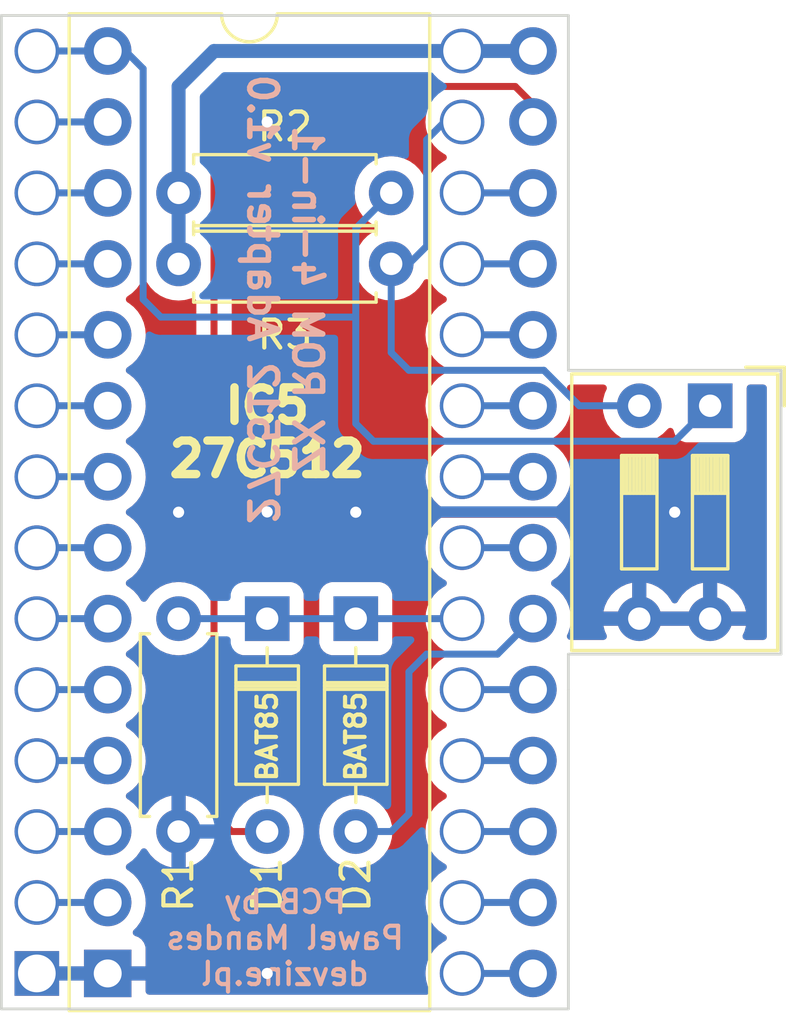
<source format=kicad_pcb>
(kicad_pcb (version 20211014) (generator pcbnew)
  (title_block (title "ZX ROM 4-in-1") (date "2022-12-19") (rev "1.0") (company "Pawel Mandes / devzine.pl") (comment 1 "27C512 EPROM adapter for ZX Spectrum 48K"))
  (layers (0 "F.Cu" signal) (31 "B.Cu" signal) (34 "B.Paste" user) (35 "F.Paste" user) (36 "B.SilkS" user "B.Silkscreen") (37 "F.SilkS" user "F.Silkscreen") (38 "B.Mask" user) (39 "F.Mask" user) (44 "Edge.Cuts" user))
  (net 0 "")
  (net 1 "/A15")
  (net 2 "/D3")
  (net 3 "/A12")
  (net 4 "/D4")
  (net 5 "/A7")
  (net 6 "/D5")
  (net 7 "/A6")
  (net 8 "/D6")
  (net 9 "/A5")
  (net 10 "/D7")
  (net 11 "/A4")
  (net 12 "/~{CE}")
  (net 13 "/A3")
  (net 14 "/A10")
  (net 15 "/A2")
  (net 16 "/~{OE}")
  (net 17 "/A1")
  (net 18 "/A11")
  (net 19 "/A0")
  (net 20 "/A9")
  (net 21 "/D0")
  (net 22 "/A8")
  (net 23 "/D1")
  (net 24 "/A13")
  (net 25 "/D2")
  (net 26 "/A14")
  (net 27 "GND")
  (net 28 "+5V")
  (net 29 "/~{ROM_CS}")
  (net 30 "/~{MREQ}")
  (footprint "Resistor_THT:R_Axial_DIN0207_L6.3mm_D2.5mm_P7.62mm_Horizontal" (layer "F.Cu") (at 134.62 76.2)
    (fp_text reference "R3" (at 3.81 2.54) (layer "F.SilkS"))
    (fp_text value "10k")
    (fp_line (start 0.54 1.37) (end 7.08 1.37) (layer "F.SilkS") (width 0.12))
    (fp_line (start 0.54 -1.04) (end 0.54 -1.37) (layer "F.SilkS") (width 0.12))
    (fp_line (start 0.54 1.04) (end 0.54 1.37) (layer "F.SilkS") (width 0.12))
    (fp_line (start 0.54 -1.37) (end 7.08 -1.37) (layer "F.SilkS") (width 0.12))
    (fp_line (start 7.08 1.37) (end 7.08 1.04) (layer "F.SilkS") (width 0.12))
    (fp_line (start 7.08 -1.37) (end 7.08 -1.04) (layer "F.SilkS") (width 0.12))
    (pad "1" thru_hole circle locked (at 0 0) (size 1.6 1.6) (drill 0.8) (layers *.Cu *.Mask) (net 28 "+5V"))
    (pad "2" thru_hole oval locked (at 7.62 0) (size 1.6 1.6) (drill 0.8) (layers *.Cu *.Mask) (net 26 "/A14"))
  )
  (footprint "Connector_PinHeader_2.54mm:PinHeader_1x14_P2.54mm_Vertical" (layer "F.Cu") (at 132.08 68.58)
    (fp_text reference "J1" hide)
    (fp_text value "Conn_01x14" hide)
    (pad "1" thru_hole circle (at 0 0) (size 1.7 1.7) (drill 1) (layers *.Cu *.Mask) (net 1 "/A15"))
    (pad "2" thru_hole oval (at 0 2.54) (size 1.7 1.7) (drill 1) (layers *.Cu *.Mask) (net 3 "/A12"))
    (pad "3" thru_hole oval (at 0 5.08) (size 1.7 1.7) (drill 1) (layers *.Cu *.Mask) (net 5 "/A7"))
    (pad "4" thru_hole oval (at 0 7.62) (size 1.7 1.7) (drill 1) (layers *.Cu *.Mask) (net 7 "/A6"))
    (pad "5" thru_hole oval (at 0 10.16) (size 1.7 1.7) (drill 1) (layers *.Cu *.Mask) (net 9 "/A5"))
    (pad "6" thru_hole oval (at 0 12.7) (size 1.7 1.7) (drill 1) (layers *.Cu *.Mask) (net 11 "/A4"))
    (pad "7" thru_hole oval (at 0 15.24) (size 1.7 1.7) (drill 1) (layers *.Cu *.Mask) (net 13 "/A3"))
    (pad "8" thru_hole oval (at 0 17.78) (size 1.7 1.7) (drill 1) (layers *.Cu *.Mask) (net 15 "/A2"))
    (pad "9" thru_hole oval (at 0 20.32) (size 1.7 1.7) (drill 1) (layers *.Cu *.Mask) (net 17 "/A1"))
    (pad "10" thru_hole oval (at 0 22.86) (size 1.7 1.7) (drill 1) (layers *.Cu *.Mask) (net 19 "/A0"))
    (pad "11" thru_hole oval (at 0 25.4) (size 1.7 1.7) (drill 1) (layers *.Cu *.Mask) (net 21 "/D0"))
    (pad "12" thru_hole oval (at 0 27.94) (size 1.7 1.7) (drill 1) (layers *.Cu *.Mask) (net 23 "/D1"))
    (pad "13" thru_hole oval (at 0 30.48) (size 1.7 1.7) (drill 1) (layers *.Cu *.Mask) (net 25 "/D2"))
    (pad "14" thru_hole rect (at 0 33.02) (size 1.7 1.7) (drill 1) (layers *.Cu *.Mask) (net 27 "GND"))
  )
  (footprint "Button_Switch_THT:SW_DIP_SPSTx02_Slide_9.78x7.26mm_W7.62mm_P2.54mm" (layer "F.Cu") (at 153.67 81.28 -90)
    (fp_text reference "SW1" hide)
    (fp_text value "SW_DIP_x02")
    (fp_line (start -1.14 -2.42) (end 8.76 -2.42) (layer "F.SilkS") (width 0.12))
    (fp_line (start 1.78 0.325) (end 3.133333 0.325) (layer "F.SilkS") (width 0.12))
    (fp_line (start 1.78 0.565) (end 3.133333 0.565) (layer "F.SilkS") (width 0.12))
    (fp_line (start 1.78 -0.275) (end 3.133333 -0.275) (layer "F.SilkS") (width 0.12))
    (fp_line (start 1.78 -0.635) (end 1.78 0.635) (layer "F.SilkS") (width 0.12))
    (fp_line (start 8.76 -2.42) (end 8.76 4.96) (layer "F.SilkS") (width 0.12))
    (fp_line (start 1.78 -0.395) (end 3.133333 -0.395) (layer "F.SilkS") (width 0.12))
    (fp_line (start 1.78 0.445) (end 3.133333 0.445) (layer "F.SilkS") (width 0.12))
    (fp_line (start 1.78 2.025) (end 3.133333 2.025) (layer "F.SilkS") (width 0.12))
    (fp_line (start 1.78 0.085) (end 3.133333 0.085) (layer "F.SilkS") (width 0.12))
    (fp_line (start 1.78 -0.035) (end 3.133333 -0.035) (layer "F.SilkS") (width 0.12))
    (fp_line (start 1.78 3.175) (end 5.84 3.175) (layer "F.SilkS") (width 0.12))
    (fp_line (start -1.14 -2.42) (end -1.14 4.96) (layer "F.SilkS") (width 0.12))
    (fp_line (start 1.78 2.385) (end 3.133333 2.385) (layer "F.SilkS") (width 0.12))
    (fp_line (start 1.78 2.745) (end 3.133333 2.745) (layer "F.SilkS") (width 0.12))
    (fp_line (start 3.133333 -0.635) (end 3.133333 0.635) (layer "F.SilkS") (width 0.12))
    (fp_line (start 1.78 0.205) (end 3.133333 0.205) (layer "F.SilkS") (width 0.12))
    (fp_line (start -1.14 4.96) (end 8.76 4.96) (layer "F.SilkS") (width 0.12))
    (fp_line (start 1.78 2.145) (end 3.133333 2.145) (layer "F.SilkS") (width 0.12))
    (fp_line (start 1.78 0.635) (end 5.84 0.635) (layer "F.SilkS") (width 0.12))
    (fp_line (start 1.78 -0.515) (end 3.133333 -0.515) (layer "F.SilkS") (width 0.12))
    (fp_line (start -1.38 -2.66) (end 0.004 -2.66) (layer "F.SilkS") (width 0.12))
    (fp_line (start 1.78 3.105) (end 3.133333 3.105) (layer "F.SilkS") (width 0.12))
    (fp_line (start 5.84 1.905) (end 1.78 1.905) (layer "F.SilkS") (width 0.12))
    (fp_line (start 1.78 2.265) (end 3.133333 2.265) (layer "F.SilkS") (width 0.12))
    (fp_line (start 5.84 0.635) (end 5.84 -0.635) (layer "F.SilkS") (width 0.12))
    (fp_line (start 1.78 1.905) (end 1.78 3.175) (layer "F.SilkS") (width 0.12))
    (fp_line (start 1.78 2.505) (end 3.133333 2.505) (layer "F.SilkS") (width 0.12))
    (fp_line (start 3.133333 1.905) (end 3.133333 3.175) (layer "F.SilkS") (width 0.12))
    (fp_line (start 1.78 2.985) (end 3.133333 2.985) (layer "F.SilkS") (width 0.12))
    (fp_line (start 5.84 -0.635) (end 1.78 -0.635) (layer "F.SilkS") (width 0.12))
    (fp_line (start 5.84 3.175) (end 5.84 1.905) (layer "F.SilkS") (width 0.12))
    (fp_line (start 1.78 2.865) (end 3.133333 2.865) (layer "F.SilkS") (width 0.12))
    (fp_line (start 1.78 -0.155) (end 3.133333 -0.155) (layer "F.SilkS") (width 0.12))
    (fp_line (start 1.78 2.625) (end 3.133333 2.625) (layer "F.SilkS") (width 0.12))
    (fp_line (start -1.38 -2.66) (end -1.38 -1.277) (layer "F.SilkS") (width 0.12))
    (pad "1" thru_hole rect locked (at 0 0 270) (size 1.6 1.6) (drill 0.8) (layers *.Cu *.Mask) (net 1 "/A15"))
    (pad "2" thru_hole oval locked (at 0 2.54 270) (size 1.6 1.6) (drill 0.8) (layers *.Cu *.Mask) (net 26 "/A14"))
    (pad "3" thru_hole oval locked (at 7.62 2.54 270) (size 1.6 1.6) (drill 0.8) (layers *.Cu *.Mask) (net 27 "GND"))
    (pad "4" thru_hole oval locked (at 7.62 0 270) (size 1.6 1.6) (drill 0.8) (layers *.Cu *.Mask) (net 27 "GND"))
  )
  (footprint "Connector_PinHeader_2.54mm:PinHeader_1x14_P2.54mm_Vertical" (layer "F.Cu") (at 147.32 101.6 180)
    (fp_text reference "J2" hide)
    (fp_text value "Conn_01x14" hide)
    (pad "1" thru_hole circle (at 0 0 180) (size 1.7 1.7) (drill 1) (layers *.Cu *.Mask) (net 2 "/D3"))
    (pad "2" thru_hole oval (at 0 2.54 180) (size 1.7 1.7) (drill 1) (layers *.Cu *.Mask) (net 4 "/D4"))
    (pad "3" thru_hole oval (at 0 5.08 180) (size 1.7 1.7) (drill 1) (layers *.Cu *.Mask) (net 6 "/D5"))
    (pad "4" thru_hole oval (at 0 7.62 180) (size 1.7 1.7) (drill 1) (layers *.Cu *.Mask) (net 8 "/D6"))
    (pad "5" thru_hole oval (at 0 10.16 180) (size 1.7 1.7) (drill 1) (layers *.Cu *.Mask) (net 10 "/D7"))
    (pad "6" thru_hole oval (at 0 12.7 180) (size 1.7 1.7) (drill 1) (layers *.Cu *.Mask) (net 30 "/~{MREQ}"))
    (pad "7" thru_hole oval (at 0 15.24 180) (size 1.7 1.7) (drill 1) (layers *.Cu *.Mask) (net 14 "/A10"))
    (pad "8" thru_hole oval (at 0 17.78 180) (size 1.7 1.7) (drill 1) (layers *.Cu *.Mask) (net 16 "/~{OE}"))
    (pad "9" thru_hole oval (at 0 20.32 180) (size 1.7 1.7) (drill 1) (layers *.Cu *.Mask) (net 18 "/A11"))
    (pad "10" thru_hole oval (at 0 22.86 180) (size 1.7 1.7) (drill 1) (layers *.Cu *.Mask) (net 20 "/A9"))
    (pad "11" thru_hole oval (at 0 25.4 180) (size 1.7 1.7) (drill 1) (layers *.Cu *.Mask) (net 22 "/A8"))
    (pad "12" thru_hole oval (at 0 27.94 180) (size 1.7 1.7) (drill 1) (layers *.Cu *.Mask) (net 24 "/A13"))
    (pad "13" thru_hole oval (at 0 30.48 180) (size 1.7 1.7) (drill 1) (layers *.Cu *.Mask) (net 29 "/~{ROM_CS}"))
    (pad "14" thru_hole oval (at 0 33.02 180) (size 1.7 1.7) (drill 1) (layers *.Cu *.Mask) (net 28 "+5V"))
  )
  (footprint "Resistor_THT:R_Axial_DIN0207_L6.3mm_D2.5mm_P7.62mm_Horizontal" (layer "F.Cu") (at 134.62 73.66)
    (fp_text reference "R2" (at 3.81 -2.37) (layer "F.SilkS"))
    (fp_text value "10k")
    (fp_line (start 0.54 -1.04) (end 0.54 -1.37) (layer "F.SilkS") (width 0.12))
    (fp_line (start 0.54 1.37) (end 7.08 1.37) (layer "F.SilkS") (width 0.12))
    (fp_line (start 7.08 -1.37) (end 7.08 -1.04) (layer "F.SilkS") (width 0.12))
    (fp_line (start 0.54 -1.37) (end 7.08 -1.37) (layer "F.SilkS") (width 0.12))
    (fp_line (start 0.54 1.04) (end 0.54 1.37) (layer "F.SilkS") (width 0.12))
    (fp_line (start 7.08 1.37) (end 7.08 1.04) (layer "F.SilkS") (width 0.12))
    (pad "1" thru_hole circle locked (at 0 0) (size 1.6 1.6) (drill 0.8) (layers *.Cu *.Mask) (net 28 "+5V"))
    (pad "2" thru_hole oval locked (at 7.62 0) (size 1.6 1.6) (drill 0.8) (layers *.Cu *.Mask) (net 1 "/A15"))
  )
  (footprint "Package_DIP:DIP-28_W15.24mm" (layer "F.Cu") (at 129.54 68.58)
    (fp_text reference "IC5" (at 8.255 12.7) (layer "F.SilkS") (effects (font (size 1.2 1.2) (thickness 0.3))))
    (fp_text value "27C512" hide)
    (fp_line (start 6.62 -1.33) (end 1.16 -1.33) (layer "F.SilkS") (width 0.12))
    (fp_line (start 14.08 -1.33) (end 8.62 -1.33) (layer "F.SilkS") (width 0.12))
    (fp_line (start 14.08 34.35) (end 14.08 -1.33) (layer "F.SilkS") (width 0.12))
    (fp_line (start 1.16 -1.33) (end 1.16 34.35) (layer "F.SilkS") (width 0.12))
    (fp_line (start 1.16 34.35) (end 14.08 34.35) (layer "F.SilkS") (width 0.12))
    (fp_arc (start 8.62 -1.33) (mid 7.62 -0.33) (end 6.62 -1.33) (layer "F.SilkS") (width 0.12))
    (pad "1" thru_hole circle locked (at 0 0) (size 1.6 1.6) (drill 1.35) (layers *.Cu *.Mask) (net 1 "/A15"))
    (pad "2" thru_hole oval locked (at 0 2.54) (size 1.6 1.6) (drill 1.35) (layers *.Cu *.Mask) (net 3 "/A12"))
    (pad "3" thru_hole oval locked (at 0 5.08) (size 1.6 1.6) (drill 1.35) (layers *.Cu *.Mask) (net 5 "/A7"))
    (pad "4" thru_hole oval locked (at 0 7.62) (size 1.6 1.6) (drill 1.35) (layers *.Cu *.Mask) (net 7 "/A6"))
    (pad "5" thru_hole oval locked (at 0 10.16) (size 1.6 1.6) (drill 1.35) (layers *.Cu *.Mask) (net 9 "/A5"))
    (pad "6" thru_hole oval locked (at 0 12.7) (size 1.6 1.6) (drill 1.35) (layers *.Cu *.Mask) (net 11 "/A4"))
    (pad "7" thru_hole oval locked (at 0 15.24) (size 1.6 1.6) (drill 1.35) (layers *.Cu *.Mask) (net 13 "/A3"))
    (pad "8" thru_hole oval locked (at 0 17.78) (size 1.6 1.6) (drill 1.35) (layers *.Cu *.Mask) (net 15 "/A2"))
    (pad "9" thru_hole oval locked (at 0 20.32) (size 1.6 1.6) (drill 1.35) (layers *.Cu *.Mask) (net 17 "/A1"))
    (pad "10" thru_hole oval locked (at 0 22.86) (size 1.6 1.6) (drill 1.35) (layers *.Cu *.Mask) (net 19 "/A0"))
    (pad "11" thru_hole oval locked (at 0 25.4) (size 1.6 1.6) (drill 1.35) (layers *.Cu *.Mask) (net 21 "/D0"))
    (pad "12" thru_hole oval locked (at 0 27.94) (size 1.6 1.6) (drill 1.35) (layers *.Cu *.Mask) (net 23 "/D1"))
    (pad "13" thru_hole oval locked (at 0 30.48) (size 1.6 1.6) (drill 1.35) (layers *.Cu *.Mask) (net 25 "/D2"))
    (pad "14" thru_hole rect locked (at 0 33.02) (size 1.6 1.6) (drill 1.35) (layers *.Cu *.Mask) (net 27 "GND"))
    (pad "15" thru_hole oval locked (at 15.24 33.02) (size 1.6 1.6) (drill 1.35) (layers *.Cu *.Mask) (net 2 "/D3"))
    (pad "16" thru_hole oval locked (at 15.24 30.48) (size 1.6 1.6) (drill 1.35) (layers *.Cu *.Mask) (net 4 "/D4"))
    (pad "17" thru_hole oval locked (at 15.24 27.94) (size 1.6 1.6) (drill 1.35) (layers *.Cu *.Mask) (net 6 "/D5"))
    (pad "18" thru_hole oval locked (at 15.24 25.4) (size 1.6 1.6) (drill 1.35) (layers *.Cu *.Mask) (net 8 "/D6"))
    (pad "19" thru_hole oval locked (at 15.24 22.86) (size 1.6 1.6) (drill 1.35) (layers *.Cu *.Mask) (net 10 "/D7"))
    (pad "20" thru_hole oval locked (at 15.24 20.32) (size 1.6 1.6) (drill 1.35) (layers *.Cu *.Mask) (net 12 "/~{CE}"))
    (pad "21" thru_hole oval locked (at 15.24 17.78) (size 1.6 1.6) (drill 1.35) (layers *.Cu *.Mask) (net 14 "/A10"))
    (pad "22" thru_hole oval locked (at 15.24 15.24) (size 1.6 1.6) (drill 1.35) (layers *.Cu *.Mask) (net 16 "/~{OE}"))
    (pad "23" thru_hole oval locked (at 15.24 12.7) (size 1.6 1.6) (drill 1.35) (layers *.Cu *.Mask) (net 18 "/A11"))
    (pad "24" thru_hole oval locked (at 15.24 10.16) (size 1.6 1.6) (drill 1.35) (layers *.Cu *.Mask) (net 20 "/A9"))
    (pad "25" thru_hole oval locked (at 15.24 7.62) (size 1.6 1.6) (drill 1.35) (layers *.Cu *.Mask) (net 22 "/A8"))
    (pad "26" thru_hole oval locked (at 15.24 5.08) (size 1.6 1.6) (drill 1.35) (layers *.Cu *.Mask) (net 24 "/A13"))
    (pad "27" thru_hole oval locked (at 15.24 2.54) (size 1.6 1.6) (drill 1.35) (layers *.Cu *.Mask) (net 26 "/A14"))
    (pad "28" thru_hole oval locked (at 15.24 0) (size 1.6 1.6) (drill 1.35) (layers *.Cu *.Mask) (net 28 "+5V"))
  )
  (footprint "Diode_THT:D_DO-35_SOD27_P7.62mm_Horizontal" (layer "F.Cu") (at 140.97 88.9 -90)
    (fp_text reference "D2" (at 9.525 0 90) (layer "F.SilkS"))
    (fp_text value "BAT85" (at 4.2164 0 90) (layer "F.SilkS") (effects (font (size 0.7 0.7))))
    (fp_line (start 2.53 -1.12) (end 2.53 1.12) (layer "F.SilkS") (width 0.12))
    (fp_line (start 1.69 -1.12) (end 1.69 1.12) (layer "F.SilkS") (width 0.12))
    (fp_line (start 6.58 0) (end 5.93 0) (layer "F.SilkS") (width 0.12))
    (fp_line (start 5.93 -1.12) (end 1.69 -1.12) (layer "F.SilkS") (width 0.12))
    (fp_line (start 1.04 0) (end 1.69 0) (layer "F.SilkS") (width 0.12))
    (fp_line (start 2.29 -1.12) (end 2.29 1.12) (layer "F.SilkS") (width 0.12))
    (fp_line (start 2.41 -1.12) (end 2.41 1.12) (layer "F.SilkS") (width 0.12))
    (fp_line (start 1.69 1.12) (end 5.93 1.12) (layer "F.SilkS") (width 0.12))
    (fp_line (start 5.93 1.12) (end 5.93 -1.12) (layer "F.SilkS") (width 0.12))
    (pad "1" thru_hole rect locked (at 0 0 270) (size 1.6 1.6) (drill 0.8) (layers *.Cu *.Mask) (net 12 "/~{CE}"))
    (pad "2" thru_hole oval locked (at 7.62 0 270) (size 1.6 1.6) (drill 0.8) (layers *.Cu *.Mask) (net 30 "/~{MREQ}"))
  )
  (footprint "Resistor_THT:R_Axial_DIN0207_L6.3mm_D2.5mm_P7.62mm_Horizontal" (layer "F.Cu") (at 134.62 88.9 -90)
    (fp_text reference "R1" (at 9.525 0 90) (layer "F.SilkS"))
    (fp_text value "10k")
    (fp_line (start 0.54 1.37) (end 7.08 1.37) (layer "F.SilkS") (width 0.12))
    (fp_line (start 7.08 -1.37) (end 7.08 -1.04) (layer "F.SilkS") (width 0.12))
    (fp_line (start 0.54 -1.04) (end 0.54 -1.37) (layer "F.SilkS") (width 0.12))
    (fp_line (start 7.08 1.37) (end 7.08 1.04) (layer "F.SilkS") (width 0.12))
    (fp_line (start 0.54 1.04) (end 0.54 1.37) (layer "F.SilkS") (width 0.12))
    (fp_line (start 0.54 -1.37) (end 7.08 -1.37) (layer "F.SilkS") (width 0.12))
    (pad "1" thru_hole circle locked (at 0 0 270) (size 1.6 1.6) (drill 0.8) (layers *.Cu *.Mask) (net 12 "/~{CE}"))
    (pad "2" thru_hole oval locked (at 7.62 0 270) (size 1.6 1.6) (drill 0.8) (layers *.Cu *.Mask) (net 27 "GND"))
  )
  (footprint "Diode_THT:D_DO-35_SOD27_P7.62mm_Horizontal" (layer "F.Cu") (at 137.795 88.9 -90)
    (fp_text reference "D1" (at 9.525 0 90) (layer "F.SilkS"))
    (fp_text value "BAT85" (at 4.2164 0 90) (layer "F.SilkS") (effects (font (size 0.7 0.7))))
    (fp_line (start 5.93 1.12) (end 5.93 -1.12) (layer "F.SilkS") (width 0.12))
    (fp_line (start 2.53 -1.12) (end 2.53 1.12) (layer "F.SilkS") (width 0.12))
    (fp_line (start 5.93 -1.12) (end 1.69 -1.12) (layer "F.SilkS") (width 0.12))
    (fp_line (start 2.29 -1.12) (end 2.29 1.12) (layer "F.SilkS") (width 0.12))
    (fp_line (start 1.69 -1.12) (end 1.69 1.12) (layer "F.SilkS") (width 0.12))
    (fp_line (start 2.41 -1.12) (end 2.41 1.12) (layer "F.SilkS") (width 0.12))
    (fp_line (start 1.69 1.12) (end 5.93 1.12) (layer "F.SilkS") (width 0.12))
    (fp_line (start 6.58 0) (end 5.93 0) (layer "F.SilkS") (width 0.12))
    (fp_line (start 1.04 0) (end 1.69 0) (layer "F.SilkS") (width 0.12))
    (pad "1" thru_hole rect locked (at 0 0 270) (size 1.6 1.6) (drill 0.8) (layers *.Cu *.Mask) (net 12 "/~{CE}"))
    (pad "2" thru_hole oval locked (at 7.62 0 270) (size 1.6 1.6) (drill 0.8) (layers *.Cu *.Mask) (net 29 "/~{ROM_CS}"))
  )
  (gr_line (start 148.59 90.17) (end 156.21 90.17) (layer "Edge.Cuts") (width 0.1))
  (gr_line (start 128.27 102.87) (end 148.59 102.87) (layer "Edge.Cuts") (width 0.1))
  (gr_line (start 156.21 80.01) (end 148.59 80.01) (layer "Edge.Cuts") (width 0.1))
  (gr_line (start 128.27 67.31) (end 148.59 67.31) (layer "Edge.Cuts") (width 0.1))
  (gr_line (start 148.59 80.01) (end 148.59 67.31) (layer "Edge.Cuts") (width 0.1))
  (gr_line (start 148.59 91.44) (end 148.59 102.87) (layer "Edge.Cuts") (width 0.1))
  (gr_line (start 148.59 91.44) (end 148.59 90.17) (layer "Edge.Cuts") (width 0.1))
  (gr_line (start 128.27 67.31) (end 128.27 102.87) (layer "Edge.Cuts") (width 0.1))
  (gr_line (start 156.21 90.17) (end 156.21 80.01) (layer "Edge.Cuts") (width 0.1))
  (gr_text "ZX ROM 4-in-1\n27C512 Adapter v1.0" (at 138.43 77.47 270) (layer "B.SilkS") (effects (font (size 1 1) (thickness 0.2)) (justify mirror)))
  (gr_text "PCB by\nPawel Mandes\ndevzine.pl" (at 138.43 100.33) (layer "B.SilkS") (effects (font (size 0.8 0.8)) (justify mirror)))
  (gr_text "27C512" (at 137.795 83.185) (layer "F.SilkS") (effects (font (size 1.2 1.2) (thickness 0.3))))
  (segment (start 132.715 68.58) (end 133.35 69.215) (width 0.25) (layer "B.Cu") (net 1))
  (segment (start 133.35 69.215) (end 133.35 77.47) (width 0.25) (layer "B.Cu") (net 1))
  (segment (start 140.97 81.915) (end 140.97 78.105) (width 0.25) (layer "B.Cu") (net 1))
  (segment (start 140.97 74.93) (end 142.24 73.66) (width 0.25) (layer "B.Cu") (net 1))
  (segment (start 133.985 78.105) (end 140.97 78.105) (width 0.25) (layer "B.Cu") (net 1))
  (segment (start 133.35 77.47) (end 133.985 78.105) (width 0.25) (layer "B.Cu") (net 1))
  (segment (start 153.67 81.28) (end 152.4 82.55) (width 0.25) (layer "B.Cu") (net 1))
  (segment (start 132.08 68.58) (end 132.715 68.58) (width 0.25) (layer "B.Cu") (net 1))
  (segment (start 132.08 68.58) (end 129.54 68.58) (width 0.25) (layer "B.Cu") (net 1))
  (segment (start 140.97 78.105) (end 140.97 74.93) (width 0.25) (layer "B.Cu") (net 1))
  (segment (start 141.605 82.55) (end 140.97 81.915) (width 0.25) (layer "B.Cu") (net 1))
  (segment (start 152.4 82.55) (end 141.605 82.55) (width 0.25) (layer "B.Cu") (net 1))
  (segment (start 147.32 101.6) (end 144.78 101.6) (width 0.25) (layer "B.Cu") (net 2))
  (segment (start 132.08 71.12) (end 129.54 71.12) (width 0.25) (layer "B.Cu") (net 3))
  (segment (start 147.32 99.06) (end 144.78 99.06) (width 0.25) (layer "B.Cu") (net 4))
  (segment (start 132.08 73.66) (end 129.54 73.66) (width 0.25) (layer "B.Cu") (net 5))
  (segment (start 147.32 96.52) (end 144.78 96.52) (width 0.25) (layer "B.Cu") (net 6))
  (segment (start 132.08 76.2) (end 129.54 76.2) (width 0.25) (layer "B.Cu") (net 7))
  (segment (start 147.32 93.98) (end 144.78 93.98) (width 0.25) (layer "B.Cu") (net 8))
  (segment (start 132.08 78.74) (end 129.54 78.74) (width 0.25) (layer "B.Cu") (net 9))
  (segment (start 147.32 91.44) (end 144.78 91.44) (width 0.25) (layer "B.Cu") (net 10))
  (segment (start 132.08 81.28) (end 129.54 81.28) (width 0.25) (layer "B.Cu") (net 11))
  (segment (start 137.795 88.9) (end 134.62 88.9) (width 0.25) (layer "B.Cu") (net 12))
  (segment (start 140.97 88.9) (end 137.795 88.9) (width 0.25) (layer "B.Cu") (net 12))
  (segment (start 144.78 88.9) (end 140.97 88.9) (width 0.25) (layer "B.Cu") (net 12))
  (segment (start 129.54 83.82) (end 132.08 83.82) (width 0.25) (layer "B.Cu") (net 13))
  (segment (start 147.32 86.36) (end 144.78 86.36) (width 0.25) (layer "B.Cu") (net 14))
  (segment (start 132.08 86.36) (end 129.54 86.36) (width 0.25) (layer "B.Cu") (net 15))
  (segment (start 147.32 83.82) (end 144.78 83.82) (width 0.25) (layer "B.Cu") (net 16))
  (segment (start 129.54 88.9) (end 132.08 88.9) (width 0.25) (layer "B.Cu") (net 17))
  (segment (start 147.32 81.28) (end 144.78 81.28) (width 0.25) (layer "B.Cu") (net 18))
  (segment (start 132.08 91.44) (end 129.54 91.44) (width 0.25) (layer "B.Cu") (net 19))
  (segment (start 147.32 78.74) (end 144.78 78.74) (width 0.25) (layer "B.Cu") (net 20))
  (segment (start 132.08 93.98) (end 129.54 93.98) (width 0.25) (layer "B.Cu") (net 21))
  (segment (start 147.32 76.2) (end 144.78 76.2) (width 0.25) (layer "B.Cu") (net 22))
  (segment (start 132.08 96.52) (end 129.54 96.52) (width 0.25) (layer "B.Cu") (net 23))
  (segment (start 147.32 73.66) (end 144.78 73.66) (width 0.25) (layer "B.Cu") (net 24))
  (segment (start 132.08 99.06) (end 129.54 99.06) (width 0.25) (layer "B.Cu") (net 25))
  (segment (start 151.13 81.28) (end 148.98101 81.28) (width 0.25) (layer "B.Cu") (net 26))
  (segment (start 143.51 75.565) (end 143.51 71.755) (width 0.25) (layer "B.Cu") (net 26))
  (segment (start 142.875 76.2) (end 143.51 75.565) (width 0.25) (layer "B.Cu") (net 26))
  (segment (start 147.71101 80.01) (end 142.875 80.01) (width 0.25) (layer "B.Cu") (net 26))
  (segment (start 143.51 71.755) (end 144.145 71.12) (width 0.25) (layer "B.Cu") (net 26))
  (segment (start 144.145 71.12) (end 144.78 71.12) (width 0.25) (layer "B.Cu") (net 26))
  (segment (start 142.875 80.01) (end 142.24 79.375) (width 0.25) (layer "B.Cu") (net 26))
  (segment (start 142.24 79.375) (end 142.24 76.2) (width 0.25) (layer "B.Cu") (net 26))
  (segment (start 142.24 76.2) (end 142.875 76.2) (width 0.25) (layer "B.Cu") (net 26))
  (segment (start 148.98101 81.28) (end 147.71101 80.01) (width 0.25) (layer "B.Cu") (net 26))
  (segment (start 137.795 85.08) (end 137.795 71.12) (width 0.4) (layer "F.Cu") (net 27))
  (segment (start 140.97 85.09) (end 152.4 85.09) (width 0.4) (layer "F.Cu") (net 27))
  (segment (start 137.795 85.08) (end 140.96 85.08) (width 0.4) (layer "F.Cu") (net 27))
  (segment (start 140.96 85.08) (end 140.97 85.09) (width 0.4) (layer "F.Cu") (net 27))
  (segment (start 132.08 101.6) (end 137.795 101.6) (width 0.4) (layer "F.Cu") (net 27))
  (via (at 134.62 85.09) (size 0.8) (drill 0.4) (layers "F.Cu" "B.Cu") (net 27))
  (via (at 137.795 71.12) (size 0.8) (drill 0.4) (layers "F.Cu" "B.Cu") (net 27))
  (via (at 137.795 85.08) (size 0.8) (drill 0.4) (layers "F.Cu" "B.Cu") (net 27))
  (via (at 137.795 101.6) (size 0.8) (drill 0.4) (layers "F.Cu" "B.Cu") (net 27))
  (via (at 152.4 85.09) (size 0.8) (drill 0.4) (layers "F.Cu" "B.Cu") (net 27))
  (via (at 140.97 85.09) (size 0.8) (drill 0.4) (layers "F.Cu" "B.Cu") (net 27))
  (segment (start 137.795 85.08) (end 134.63 85.08) (width 0.4) (layer "B.Cu") (net 27))
  (segment (start 129.54 101.6) (end 132.08 101.6) (width 0.5) (layer "B.Cu") (net 27))
  (segment (start 137.795 85.08) (end 152.39 85.08) (width 0.4) (layer "B.Cu") (net 27))
  (segment (start 134.63 85.08) (end 134.62 85.09) (width 0.4) (layer "B.Cu") (net 27))
  (segment (start 151.13 88.9) (end 153.67 88.9) (width 0.5) (layer "B.Cu") (net 27))
  (segment (start 152.39 85.08) (end 152.4 85.09) (width 0.4) (layer "B.Cu") (net 27))
  (segment (start 134.62 73.66) (end 134.62 69.85) (width 0.5) (layer "B.Cu") (net 28))
  (segment (start 147.32 68.58) (end 144.78 68.58) (width 0.5) (layer "B.Cu") (net 28))
  (segment (start 135.89 68.58) (end 134.62 69.85) (width 0.5) (layer "B.Cu") (net 28))
  (segment (start 144.78 68.58) (end 135.89 68.58) (width 0.5) (layer "B.Cu") (net 28))
  (segment (start 134.62 76.2) (end 134.62 73.66) (width 0.5) (layer "B.Cu") (net 28))
  (segment (start 137.795 96.52) (end 136.525 96.52) (width 0.25) (layer "F.Cu") (net 29))
  (segment (start 147.32 70.485) (end 147.32 71.12) (width 0.25) (layer "F.Cu") (net 29))
  (segment (start 135.89 70.485) (end 136.525 69.85) (width 0.25) (layer "F.Cu") (net 29))
  (segment (start 136.525 96.52) (end 135.89 95.885) (width 0.25) (layer "F.Cu") (net 29))
  (segment (start 147.32 71.12) (end 147.32 71.755) (width 0.25) (layer "F.Cu") (net 29))
  (segment (start 135.89 95.885) (end 135.89 70.485) (width 0.25) (layer "F.Cu") (net 29))
  (segment (start 136.525 69.85) (end 146.685 69.85) (width 0.25) (layer "F.Cu") (net 29))
  (segment (start 146.685 69.85) (end 147.32 70.485) (width 0.25) (layer "F.Cu") (net 29))
  (segment (start 146.05 90.17) (end 147.32 88.9) (width 0.25) (layer "B.Cu") (net 30))
  (segment (start 142.875 95.885) (end 142.875 90.805) (width 0.25) (layer "B.Cu") (net 30))
  (segment (start 140.97 96.52) (end 142.24 96.52) (width 0.25) (layer "B.Cu") (net 30))
  (segment (start 142.24 96.52) (end 142.875 95.885) (width 0.25) (layer "B.Cu") (net 30))
  (segment (start 142.875 90.805) (end 143.51 90.17) (width 0.25) (layer "B.Cu") (net 30))
  (segment (start 143.51 90.17) (end 146.05 90.17) (width 0.25) (layer "B.Cu") (net 30))
  (zone (net 27) (net_name "GND") (layer "F.Cu") (connect_pads (clearance 0.508)) (min_thickness 0.254) (fill yes (thermal_gap 0.508) (thermal_bridge_width 0.508))
    (polygon (pts (xy 148.59 80.01) (xy 156.21 80.01) (xy 156.21 90.17) (xy 148.59 90.17) (xy 148.59 102.87) (xy 128.27 102.87) (xy 128.27 67.31) (xy 148.59 67.31)))
  )
  (zone (net 27) (net_name "GND") (layer "B.Cu") (connect_pads (clearance 0.508)) (min_thickness 0.254) (fill yes (thermal_gap 0.508) (thermal_bridge_width 0.508))
    (polygon (pts (xy 148.59 80.01) (xy 156.21 80.01) (xy 156.21 90.17) (xy 148.59 90.17) (xy 148.59 102.87) (xy 128.27 102.87) (xy 128.27 67.31) (xy 148.59 67.31)))
  )
)
</source>
